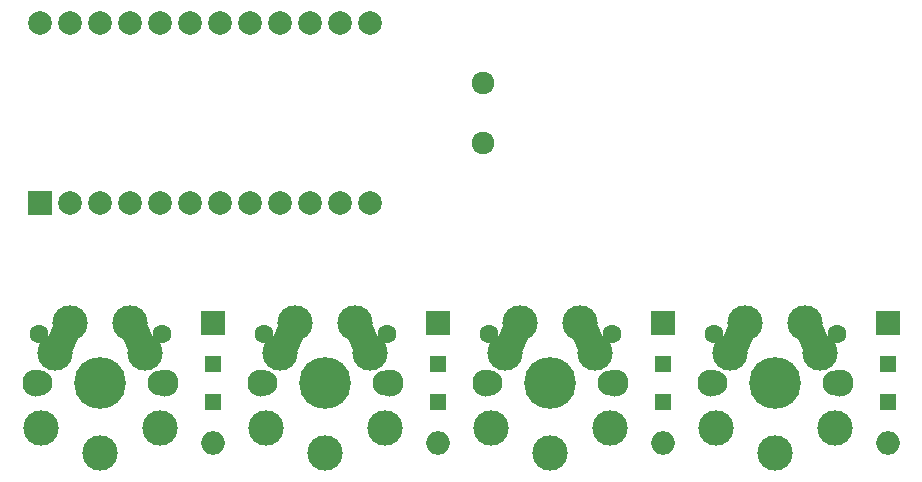
<source format=gts>
G04 #@! TF.FileFunction,Soldermask,Top*
%FSLAX46Y46*%
G04 Gerber Fmt 4.6, Leading zero omitted, Abs format (unit mm)*
G04 Created by KiCad (PCBNEW 4.0.7-e2-6376~58~ubuntu16.04.1) date Fri Dec 22 02:34:49 2017*
%MOMM*%
%LPD*%
G01*
G04 APERTURE LIST*
%ADD10C,0.100000*%
%ADD11R,1.350000X1.350000*%
%ADD12R,2.000000X2.000000*%
%ADD13O,2.000000X2.000000*%
%ADD14C,2.300000*%
%ADD15C,1.600000*%
%ADD16C,3.000000*%
%ADD17C,2.400000*%
%ADD18C,4.387800*%
%ADD19C,2.101800*%
%ADD20C,1.924000*%
%ADD21C,2.000000*%
G04 APERTURE END LIST*
D10*
D11*
X98425000Y-128630000D03*
D12*
X98425000Y-121920000D03*
D13*
X98425000Y-132080000D03*
D11*
X98425000Y-125370000D03*
X117475000Y-128630000D03*
D12*
X117475000Y-121920000D03*
D13*
X117475000Y-132080000D03*
D11*
X117475000Y-125370000D03*
X136525000Y-128630000D03*
D12*
X136525000Y-121920000D03*
D13*
X136525000Y-132080000D03*
D11*
X136525000Y-125370000D03*
X155575000Y-128630000D03*
D12*
X155575000Y-121920000D03*
D13*
X155575000Y-132080000D03*
D11*
X155575000Y-125370000D03*
D14*
X83400000Y-127000000D03*
X94400000Y-127000000D03*
D15*
X83680000Y-122800000D03*
X94120000Y-122800000D03*
D16*
X93900000Y-130800000D03*
X83900000Y-130800000D03*
X88900000Y-132900000D03*
D17*
X86163371Y-122291206D02*
X85286629Y-124088794D01*
D16*
X92710000Y-124460000D03*
X91440000Y-121920000D03*
X86360000Y-121920000D03*
D18*
X88900000Y-127000000D03*
D19*
X83820000Y-127000000D03*
X93980000Y-127000000D03*
D16*
X85090000Y-124460000D03*
D17*
X91636629Y-122291206D02*
X92513371Y-124088794D01*
D14*
X102450000Y-127000000D03*
X113450000Y-127000000D03*
D15*
X102730000Y-122800000D03*
X113170000Y-122800000D03*
D16*
X112950000Y-130800000D03*
X102950000Y-130800000D03*
X107950000Y-132900000D03*
D17*
X105213371Y-122291206D02*
X104336629Y-124088794D01*
D16*
X111760000Y-124460000D03*
X110490000Y-121920000D03*
X105410000Y-121920000D03*
D18*
X107950000Y-127000000D03*
D19*
X102870000Y-127000000D03*
X113030000Y-127000000D03*
D16*
X104140000Y-124460000D03*
D17*
X110686629Y-122291206D02*
X111563371Y-124088794D01*
D14*
X121500000Y-127000000D03*
X132500000Y-127000000D03*
D15*
X121780000Y-122800000D03*
X132220000Y-122800000D03*
D16*
X132000000Y-130800000D03*
X122000000Y-130800000D03*
X127000000Y-132900000D03*
D17*
X124263371Y-122291206D02*
X123386629Y-124088794D01*
D16*
X130810000Y-124460000D03*
X129540000Y-121920000D03*
X124460000Y-121920000D03*
D18*
X127000000Y-127000000D03*
D19*
X121920000Y-127000000D03*
X132080000Y-127000000D03*
D16*
X123190000Y-124460000D03*
D17*
X129736629Y-122291206D02*
X130613371Y-124088794D01*
D14*
X140550000Y-127000000D03*
X151550000Y-127000000D03*
D15*
X140830000Y-122800000D03*
X151270000Y-122800000D03*
D16*
X151050000Y-130800000D03*
X141050000Y-130800000D03*
X146050000Y-132900000D03*
D17*
X143313371Y-122291206D02*
X142436629Y-124088794D01*
D16*
X149860000Y-124460000D03*
X148590000Y-121920000D03*
X143510000Y-121920000D03*
D18*
X146050000Y-127000000D03*
D19*
X140970000Y-127000000D03*
X151130000Y-127000000D03*
D16*
X142240000Y-124460000D03*
D17*
X148786629Y-122291206D02*
X149663371Y-124088794D01*
D20*
X121285000Y-101600000D03*
X121285000Y-106680000D03*
D12*
X83820000Y-111760000D03*
D21*
X86360000Y-111760000D03*
X88900000Y-111760000D03*
X91440000Y-111760000D03*
X93980000Y-111760000D03*
X96520000Y-111760000D03*
X99060000Y-111760000D03*
X101600000Y-111760000D03*
X104140000Y-111760000D03*
X106680000Y-111760000D03*
X109220000Y-111760000D03*
X111760000Y-111760000D03*
X111760000Y-96520000D03*
X109220000Y-96520000D03*
X106680000Y-96520000D03*
X104140000Y-96520000D03*
X101600000Y-96520000D03*
X99060000Y-96520000D03*
X96520000Y-96520000D03*
X93980000Y-96520000D03*
X91440000Y-96520000D03*
X88900000Y-96520000D03*
X86360000Y-96520000D03*
X83820000Y-96520000D03*
M02*

</source>
